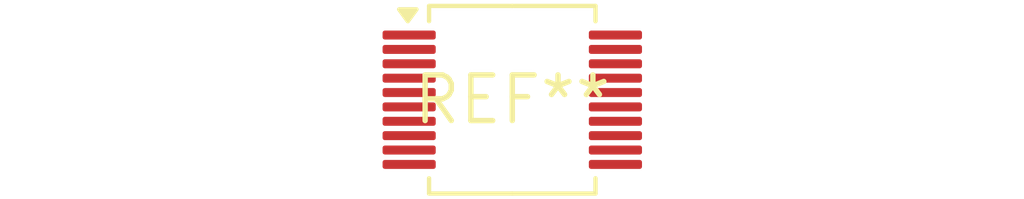
<source format=kicad_pcb>
(kicad_pcb (version 20240108) (generator pcbnew)
  (layers (0 "F.Cu" signal) (31 "B.Cu" signal) (34 "B.Paste" user) (35 "F.Paste" user) (36 "B.SilkS" user "B.Silkscreen") (37 "F.SilkS" user "F.Silkscreen") (38 "B.Mask" user) (39 "F.Mask" user) (44 "Edge.Cuts" user))
  (net 0 "")
  (footprint "TSSOP-20_4.4x5mm_P0.4mm" (layer "F.Cu") (at 0 0)
    (property "Reference" "REF**")
    (property "Value" "TSSOP-20_4.4x5mm_P0.4mm")
    (fp_line (start -2.31 -2.61) (end -2.31 -2.185) (layer "F.SilkS") (stroke (width 0.12)))
    (fp_line (start -2.31 2.61) (end -2.31 2.185) (layer "F.SilkS") (stroke (width 0.12)))
    (fp_line (start 0 -2.61) (end -2.31 -2.61) (layer "F.SilkS") (stroke (width 0.12)))
    (fp_line (start 0 -2.61) (end 2.31 -2.61) (layer "F.SilkS") (stroke (width 0.12)))
    (fp_line (start 0 2.61) (end -2.31 2.61) (layer "F.SilkS") (stroke (width 0.12)))
    (fp_line (start 0 2.61) (end 2.31 2.61) (layer "F.SilkS") (stroke (width 0.12)))
    (fp_line (start 2.31 -2.61) (end 2.31 -2.185) (layer "F.SilkS") (stroke (width 0.12)))
    (fp_line (start 2.31 2.61) (end 2.31 2.185) (layer "F.SilkS") (stroke (width 0.12)))
    (fp_poly (pts (xy -2.9 -2.185) (xy -3.14 -2.515) (xy -2.66 -2.515) (xy -2.9 -2.185)) (layer "F.SilkS") (stroke (width 0.12)) (fill solid))
    (pad "1" smd roundrect (at -2.8625 -1.8) (size 1.475 0.25) (layers "F.Cu" "F.Paste" "F.Mask"))
    (pad "2" smd roundrect (at -2.8625 -1.4) (size 1.475 0.25) (layers "F.Cu" "F.Paste" "F.Mask"))
    (pad "3" smd roundrect (at -2.8625 -1) (size 1.475 0.25) (layers "F.Cu" "F.Paste" "F.Mask"))
    (pad "4" smd roundrect (at -2.8625 -0.6) (size 1.475 0.25) (layers "F.Cu" "F.Paste" "F.Mask"))
    (pad "5" smd roundrect (at -2.8625 -0.2) (size 1.475 0.25) (layers "F.Cu" "F.Paste" "F.Mask"))
    (pad "6" smd roundrect (at -2.8625 0.2) (size 1.475 0.25) (layers "F.Cu" "F.Paste" "F.Mask"))
    (pad "7" smd roundrect (at -2.8625 0.6) (size 1.475 0.25) (layers "F.Cu" "F.Paste" "F.Mask"))
    (pad "8" smd roundrect (at -2.8625 1) (size 1.475 0.25) (layers "F.Cu" "F.Paste" "F.Mask"))
    (pad "9" smd roundrect (at -2.8625 1.4) (size 1.475 0.25) (layers "F.Cu" "F.Paste" "F.Mask"))
    (pad "10" smd roundrect (at -2.8625 1.8) (size 1.475 0.25) (layers "F.Cu" "F.Paste" "F.Mask"))
    (pad "11" smd roundrect (at 2.8625 1.8) (size 1.475 0.25) (layers "F.Cu" "F.Paste" "F.Mask"))
    (pad "12" smd roundrect (at 2.8625 1.4) (size 1.475 0.25) (layers "F.Cu" "F.Paste" "F.Mask"))
    (pad "13" smd roundrect (at 2.8625 1) (size 1.475 0.25) (layers "F.Cu" "F.Paste" "F.Mask"))
    (pad "14" smd roundrect (at 2.8625 0.6) (size 1.475 0.25) (layers "F.Cu" "F.Paste" "F.Mask"))
    (pad "15" smd roundrect (at 2.8625 0.2) (size 1.475 0.25) (layers "F.Cu" "F.Paste" "F.Mask"))
    (pad "16" smd roundrect (at 2.8625 -0.2) (size 1.475 0.25) (layers "F.Cu" "F.Paste" "F.Mask"))
    (pad "17" smd roundrect (at 2.8625 -0.6) (size 1.475 0.25) (layers "F.Cu" "F.Paste" "F.Mask"))
    (pad "18" smd roundrect (at 2.8625 -1) (size 1.475 0.25) (layers "F.Cu" "F.Paste" "F.Mask"))
    (pad "19" smd roundrect (at 2.8625 -1.4) (size 1.475 0.25) (layers "F.Cu" "F.Paste" "F.Mask"))
    (pad "20" smd roundrect (at 2.8625 -1.8) (size 1.475 0.25) (layers "F.Cu" "F.Paste" "F.Mask"))
  )
)
</source>
